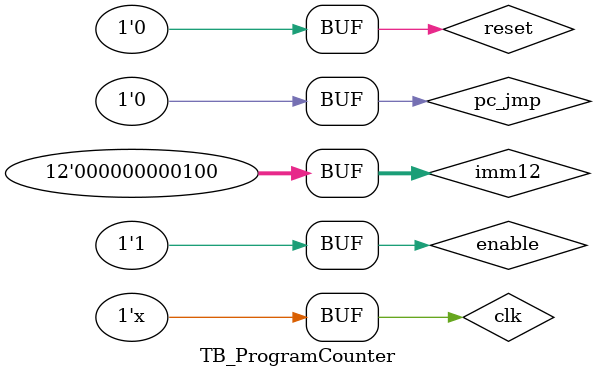
<source format=sv>
module TB_ProgramCounter;
reg enable, reset, clk;
wire [31:0] pc_out;
reg [12:1] imm12;
reg pc_jmp;

ProgramCounter PC1(enable, reset, clk, pc_jmp, imm12, pc_out);

initial begin
clk = 0;
enable = 1;
end

always #20 clk = ~clk;

initial begin
reset = 0; #30 reset = 1; #30 reset = 0;

#250 reset = 1; #30 reset = 0;
end

initial begin
pc_jmp = 0;
#120 pc_jmp = 1;
imm12 = 12'b000000000100;
#30 pc_jmp = 0;
end
endmodule

</source>
